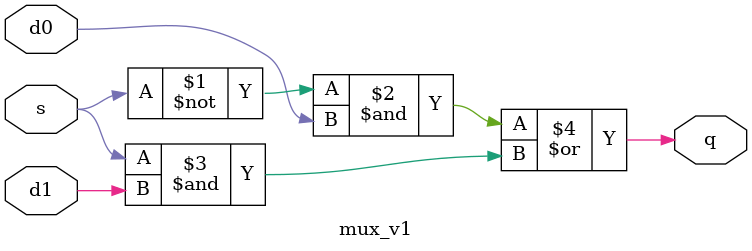
<source format=sv>
module mux_v1 (
    input logic     d0,
    input logic     d1,

    input logic     s,
    output logic    q
);

/*always_comb begin
    if(s==0)
        q = d0;
    else begin
        q = d1;
    end 
end*/

assign q = ( ~s & d0 ) | (s & d1);

/*always_comb begin
    q = ( ~s & d0 ) | (s & d1);
end¨*/

//assign q = s ? d1 : d0;

/*always_comb
    q = s ? d1 : d0;
*/



endmodule
</source>
